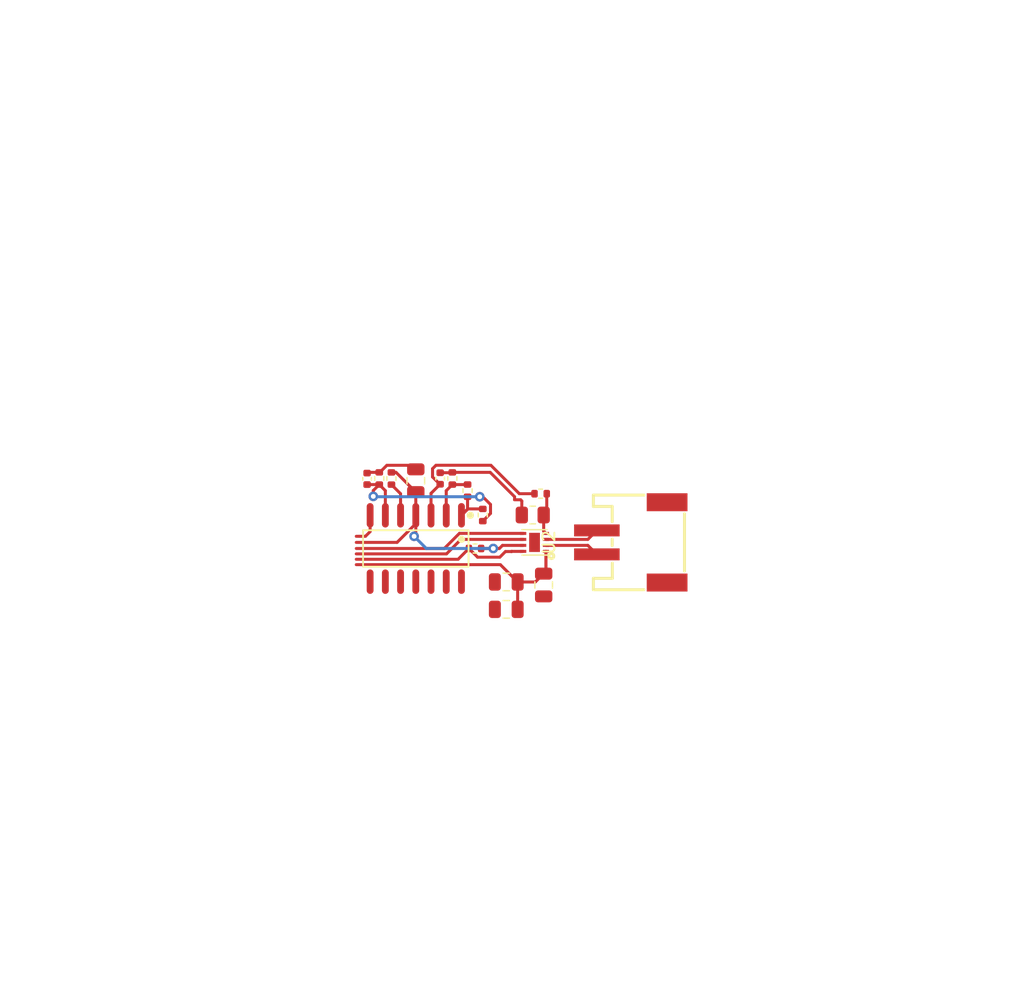
<source format=kicad_pcb>
(kicad_pcb (version 20240108) (generator "pcbnew") (generator_version "8.0")
  (layers (0 "F.Cu" signal) (31 "B.Cu" signal) (34 "B.Paste" user) (35 "F.Paste" user) (36 "B.SilkS" user "B.Silkscreen") (37 "F.SilkS" user "F.Silkscreen") (38 "B.Mask" user) (39 "F.Mask" user) (44 "Edge.Cuts" user))
  (net 0 "")
  (net 1 "vcc")
  (net 2 "vcc-1")
  (net 3 "out1")
  (net 4 "pwm")
  (net 5 "dir")
  (net 6 "_shunt_high")
  (net 7 "ep")
  (net 8 "gnd")
  (net 9 "in2_plus")
  (net 10 "out2")
  (net 11 "in4_plus")
  (net 12 "in4_minus")
  (net 13 "out4")
  (net 14 "out3")
  (net 15 "in3_minus")
  (net 16 "current")
  (net 17 "in1_minus")
  (net 18 "in2_minus")
  (net 19 "in1_plus")
  (net 20 "in3_plus")
  (net 21 "pulses")
  (net 22 "_shunt_gnd")
  (net 23 "enable")
  (footprint "lib:R0402" (layer "F.Cu") (at 117.234 66.292 90)
    (property "Reference" "R8" (hide yes))
    (property "Value" "62.5mW Thick Film Resistors 50V ±100ppm/℃ ±1% 1MΩ 0402  Chip Resistor - Surface Mount ROHS")
    (fp_line (start -0.153641 -0.38) (end 0.153641 -0.38) (stroke (width 0.12)) (layer "F.SilkS"))
    (fp_line (start -0.153641 0.38) (end 0.153641 0.38) (stroke (width 0.12)) (layer "F.SilkS"))
    (pad "1" smd roundrect (at -0.51 0 90) (size 0.54 0.64) (layers "F.Cu" "F.Paste" "F.Mask") (net 18 "in2_minus"))
    (pad "2" smd roundrect (at 0.51 0 90) (size 0.54 0.64) (layers "F.Cu" "F.Paste" "F.Mask") (net 8 "gnd"))
  )
  (footprint "lib:SOIC-14_L8.7-W3.9-P1.27-LS6.0-BL" (layer "F.Cu") (at 120.282 72.136 180)
    (property "Reference" "U4" (hide yes))
    (property "Value" "?")
    (fp_line (start 4.4 1.52) (end -4.4 1.52) (stroke (width 0.15)) (layer "F.SilkS"))
    (fp_line (start 4.4 -1.52) (end 4.4 1.52) (stroke (width 0.15)) (layer "F.SilkS"))
    (fp_line (start -4.4 1.52) (end -4.4 -1.52) (stroke (width 0.15)) (layer "F.SilkS"))
    (fp_line (start -4.4 -1.52) (end 4.4 -1.52) (stroke (width 0.15)) (layer "F.SilkS"))
    (fp_circle (center -3.81 0.77) (end -3.66 0.77) (stroke (width 0.3)) (fill none) (layer "F.SilkS"))
    (fp_circle (center -4.55 2.77) (end -4.4 2.77) (stroke (width 0.3)) (fill none) (layer "F.SilkS"))
    (pad "1" smd oval (at -3.81 2.77 180) (size 0.57 2.04) (layers "F.Cu" "F.Paste" "F.Mask") (net 16 "current"))
    (pad "2" smd oval (at -2.54 2.77 180) (size 0.57 2.04) (layers "F.Cu" "F.Paste" "F.Mask") (net 17 "in1_minus"))
    (pad "3" smd oval (at -1.27 2.77 180) (size 0.57 2.04) (layers "F.Cu" "F.Paste" "F.Mask") (net 19 "in1_plus"))
    (pad "4" smd oval (at 0 2.77 180) (size 0.57 2.04) (layers "F.Cu" "F.Paste" "F.Mask") (net 2 "vcc-1"))
    (pad "5" smd oval (at 1.27 2.77 180) (size 0.57 2.04) (layers "F.Cu" "F.Paste" "F.Mask") (net 9 "in2_plus"))
    (pad "6" smd oval (at 2.54 2.77 180) (size 0.57 2.04) (layers "F.Cu" "F.Paste" "F.Mask") (net 18 "in2_minus"))
    (pad "7" smd oval (at 3.81 2.77 180) (size 0.57 2.04) (layers "F.Cu" "F.Paste" "F.Mask") (net 21 "pulses"))
    (pad "8" smd oval (at 3.81 -2.77 180) (size 0.57 2.04) (layers "F.Cu" "F.Paste" "F.Mask") (net 14 "out3"))
    (pad "9" smd oval (at 2.54 -2.77 180) (size 0.57 2.04) (layers "F.Cu" "F.Paste" "F.Mask") (net 15 "in3_minus"))
    (pad "10" smd oval (at 1.27 -2.77 180) (size 0.57 2.04) (layers "F.Cu" "F.Paste" "F.Mask") (net 20 "in3_plus"))
    (pad "11" smd oval (at 0 -2.77 180) (size 0.57 2.04) (layers "F.Cu" "F.Paste" "F.Mask") (net 8 "gnd"))
    (pad "12" smd oval (at -1.27 -2.77 180) (size 0.57 2.04) (layers "F.Cu" "F.Paste" "F.Mask") (net 11 "in4_plus"))
    (pad "13" smd oval (at -2.54 -2.77 180) (size 0.57 2.04) (layers "F.Cu" "F.Paste" "F.Mask") (net 12 "in4_minus"))
    (pad "14" smd oval (at -3.81 -2.77 180) (size 0.57 2.04) (layers "F.Cu" "F.Paste" "F.Mask") (net 13 "out4"))
  )
  (footprint "lib:C0402" (layer "F.Cu") (at 116.218 66.322 90)
    (property "Reference" "C6" (hide yes))
    (property "Value" "25V 1uF X5R ±10% 0402  Multilayer Ceramic Capacitors MLCC - SMD/SMT ROHS")
    (fp_line (start -0.107836 -0.36) (end 0.107836 -0.36) (stroke (width 0.12)) (layer "F.SilkS"))
    (fp_line (start -0.107836 0.36) (end 0.107836 0.36) (stroke (width 0.12)) (layer "F.SilkS"))
    (pad "1" smd roundrect (at -0.48 0 90) (size 0.56 0.62) (layers "F.Cu" "F.Paste" "F.Mask") (net 18 "in2_minus"))
    (pad "2" smd roundrect (at 0.48 0 90) (size 0.56 0.62) (layers "F.Cu" "F.Paste" "F.Mask") (net 8 "gnd"))
  )
  (footprint "lib:R0402" (layer "F.Cu") (at 125.222 72.136)
    (property "Reference" "R1" (hide yes))
    (property "Value" "62.5mW Thick Film Resistors 50V ±100ppm/℃ ±1% 10kΩ 0402  Chip Resistor - Surface Mount ROHS")
    (fp_line (start -0.153641 -0.38) (end 0.153641 -0.38) (stroke (width 0.12)) (layer "F.SilkS"))
    (fp_line (start -0.153641 0.38) (end 0.153641 0.38) (stroke (width 0.12)) (layer "F.SilkS"))
    (pad "1" smd roundrect (at -0.51 0) (size 0.54 0.64) (layers "F.Cu" "F.Paste" "F.Mask") (net 23 "enable"))
    (pad "2" smd roundrect (at 0.51 0) (size 0.54 0.64) (layers "F.Cu" "F.Paste" "F.Mask") (net 2 "vcc-1"))
  )
  (footprint "lib:C0402" (layer "F.Cu") (at 122.314 66.294 90)
    (property "Reference" "C5" (hide yes))
    (property "Value" "16V 100nF X7R ±10% 0402  Multilayer Ceramic Capacitors MLCC - SMD/SMT ROHS")
    (fp_line (start -0.107836 -0.36) (end 0.107836 -0.36) (stroke (width 0.12)) (layer "F.SilkS"))
    (fp_line (start -0.107836 0.36) (end 0.107836 0.36) (stroke (width 0.12)) (layer "F.SilkS"))
    (pad "1" smd roundrect (at -0.48 0 90) (size 0.56 0.62) (layers "F.Cu" "F.Paste" "F.Mask") (net 19 "in1_plus"))
    (pad "2" smd roundrect (at 0.48 0 90) (size 0.56 0.62) (layers "F.Cu" "F.Paste" "F.Mask") (net 22 "_shunt_gnd"))
  )
  (footprint "lib:R0402" (layer "F.Cu") (at 123.33 66.294 90)
    (property "Reference" "R5" (hide yes))
    (property "Value" "62.5mW Thick Film Resistors 50V ±100ppm/℃ ±1% 36.5Ω 0402  Chip Resistor - Surface Mount ROHS")
    (fp_line (start -0.153641 -0.38) (end 0.153641 -0.38) (stroke (width 0.12)) (layer "F.SilkS"))
    (fp_line (start -0.153641 0.38) (end 0.153641 0.38) (stroke (width 0.12)) (layer "F.SilkS"))
    (pad "1" smd roundrect (at -0.51 0 90) (size 0.54 0.64) (layers "F.Cu" "F.Paste" "F.Mask") (net 17 "in1_minus"))
    (pad "2" smd roundrect (at 0.51 0 90) (size 0.54 0.64) (layers "F.Cu" "F.Paste" "F.Mask") (net 22 "_shunt_gnd"))
  )
  (footprint "lib:R0805" (layer "F.Cu") (at 130.0375 69.342 180)
    (property "Reference" "R2" (hide yes))
    (property "Value" "125mW Thick Film Resistors 150V ±1% ±400ppm/℃ 1Ω 0805  Chip Resistor - Surface Mount ROHS")
    (fp_line (start -0.227064 0.735) (end 0.227064 0.735) (stroke (width 0.12)) (layer "F.SilkS"))
    (fp_line (start -0.227064 -0.735) (end 0.227064 -0.735) (stroke (width 0.12)) (layer "F.SilkS"))
    (pad "1" smd roundrect (at -0.9125 0 180) (size 1.025 1.4) (layers "F.Cu" "F.Paste" "F.Mask") (roundrect_rratio 0.243902) (net 6 "_shunt_high"))
    (pad "2" smd roundrect (at 0.9125 0 180) (size 1.025 1.4) (layers "F.Cu" "F.Paste" "F.Mask") (roundrect_rratio 0.243902) (net 8 "gnd"))
  )
  (footprint "lib:R0402" (layer "F.Cu") (at 125.87 69.344 -90)
    (property "Reference" "R6" (hide yes))
    (property "Value" "62.5mW Thick Film Resistors 50V ±100ppm/℃ ±1% 1.05kΩ 0402  Chip Resistor - Surface Mount ROHS")
    (fp_line (start -0.153641 0.38) (end 0.153641 0.38) (stroke (width 0.12)) (layer "F.SilkS"))
    (fp_line (start -0.153641 -0.38) (end 0.153641 -0.38) (stroke (width 0.12)) (layer "F.SilkS"))
    (pad "1" smd roundrect (at -0.51 0 270) (size 0.54 0.64) (layers "F.Cu" "F.Paste" "F.Mask") (net 16 "current"))
    (pad "2" smd roundrect (at 0.51 0 270) (size 0.54 0.64) (layers "F.Cu" "F.Paste" "F.Mask") (net 18 "in2_minus"))
  )
  (footprint "lib:C0805" (layer "F.Cu") (at 127.828 77.216 180)
    (property "Reference" "C1" (hide yes))
    (property "Value" "25V 10uF X5R ±10% 0805  Multilayer Ceramic Capacitors MLCC - SMD/SMT ROHS")
    (fp_line (start -0.261252 0.735) (end 0.261252 0.735) (stroke (width 0.12)) (layer "F.SilkS"))
    (fp_line (start -0.261252 -0.735) (end 0.261252 -0.735) (stroke (width 0.12)) (layer "F.SilkS"))
    (pad "1" smd roundrect (at -0.95 0 180) (size 1 1.45) (layers "F.Cu" "F.Paste" "F.Mask") (net 1 "vcc"))
    (pad "2" smd roundrect (at 0.95 0 180) (size 1 1.45) (layers "F.Cu" "F.Paste" "F.Mask") (net 8 "gnd"))
  )
  (footprint "lib:R0402" (layer "F.Cu") (at 124.6 67.308 90)
    (property "Reference" "R4" (hide yes))
    (property "Value" "62.5mW Thick Film Resistors 50V ±100ppm/℃ ±1% 365Ω 0402  Chip Resistor - Surface Mount ROHS")
    (fp_line (start -0.153641 -0.38) (end 0.153641 -0.38) (stroke (width 0.12)) (layer "F.SilkS"))
    (fp_line (start -0.153641 0.38) (end 0.153641 0.38) (stroke (width 0.12)) (layer "F.SilkS"))
    (pad "1" smd roundrect (at -0.51 0 90) (size 0.54 0.64) (layers "F.Cu" "F.Paste" "F.Mask") (net 16 "current"))
    (pad "2" smd roundrect (at 0.51 0 90) (size 0.54 0.64) (layers "F.Cu" "F.Paste" "F.Mask") (net 17 "in1_minus"))
  )
  (footprint "lib:R0402" (layer "F.Cu") (at 130.696 67.564 180)
    (property "Reference" "R3" (hide yes))
    (property "Value" "62.5mW Thick Film Resistors 50V ±100ppm/℃ ±1% 1.33kΩ 0402  Chip Resistor - Surface Mount ROHS")
    (fp_line (start -0.153641 0.38) (end 0.153641 0.38) (stroke (width 0.12)) (layer "F.SilkS"))
    (fp_line (start -0.153641 -0.38) (end 0.153641 -0.38) (stroke (width 0.12)) (layer "F.SilkS"))
    (pad "1" smd roundrect (at -0.51 0 180) (size 0.54 0.64) (layers "F.Cu" "F.Paste" "F.Mask") (net 6 "_shunt_high"))
    (pad "2" smd roundrect (at 0.51 0 180) (size 0.54 0.64) (layers "F.Cu" "F.Paste" "F.Mask") (net 19 "in1_plus"))
  )
  (footprint "lib:WSON-8_L2.0-W2.0-P0.50-TL-EP" (layer "F.Cu") (at 130.188 71.628 180)
    (property "Reference" "U1" (hide yes))
    (property "Value" "?")
    (fp_line (start 1.05 -1.06) (end -1.05 -1.06) (stroke (width 0.12)) (layer "F.SilkS"))
    (fp_line (start -1.04 1.06) (end 1.06 1.06) (stroke (width 0.12)) (layer "F.SilkS"))
    (fp_circle (center -1.4 -1.14) (end -1.32 -1.14) (stroke (width 0.25)) (fill none) (layer "F.SilkS"))
    (pad "1" smd rect (at -0.95 -0.75 180) (size 0.52 0.25) (layers "F.Cu" "F.Paste" "F.Mask") (net 1 "vcc"))
    (pad "2" smd rect (at -0.95 -0.25 180) (size 0.52 0.25) (layers "F.Cu" "F.Paste" "F.Mask") (net 3 "out1"))
    (pad "3" smd rect (at -0.95 0.25 180) (size 0.52 0.25) (layers "F.Cu" "F.Paste" "F.Mask") (net 10 "out2"))
    (pad "4" smd rect (at -0.95 0.75 180) (size 0.52 0.25) (layers "F.Cu" "F.Paste" "F.Mask") (net 6 "_shunt_high"))
    (pad "5" smd rect (at 0.95 0.75 180) (size 0.52 0.25) (layers "F.Cu" "F.Paste" "F.Mask") (net 4 "pwm"))
    (pad "6" smd rect (at 0.95 0.25 180) (size 0.52 0.25) (layers "F.Cu" "F.Paste" "F.Mask") (net 5 "dir"))
    (pad "7" smd rect (at 0.95 -0.25 180) (size 0.52 0.25) (layers "F.Cu" "F.Paste" "F.Mask") (net 2 "vcc-1"))
    (pad "8" smd rect (at 0.95 -0.75 180) (size 0.52 0.25) (layers "F.Cu" "F.Paste" "F.Mask") (net 23 "enable"))
    (pad "9" smd rect (at 0 0 180) (size 0.9 1.6) (layers "F.Cu" "F.Paste" "F.Mask") (net 7 "ep"))
  )
  (footprint "lib:R0402" (layer "F.Cu") (at 118.25 66.296 90)
    (property "Reference" "R7" (hide yes))
    (property "Value" "62.5mW Thick Film Resistors 50V ±100ppm/℃ ±1% 1MΩ 0402  Chip Resistor - Surface Mount ROHS")
    (fp_line (start -0.153641 -0.38) (end 0.153641 -0.38) (stroke (width 0.12)) (layer "F.SilkS"))
    (fp_line (start -0.153641 0.38) (end 0.153641 0.38) (stroke (width 0.12)) (layer "F.SilkS"))
    (pad "1" smd roundrect (at -0.51 0 90) (size 0.54 0.64) (layers "F.Cu" "F.Paste" "F.Mask") (net 9 "in2_plus"))
    (pad "2" smd roundrect (at 0.51 0 90) (size 0.54 0.64) (layers "F.Cu" "F.Paste" "F.Mask") (net 2 "vcc-1"))
  )
  (footprint "lib:C0805" (layer "F.Cu") (at 127.828 74.93 180)
    (property "Reference" "C2" (hide yes))
    (property "Value" "25V 10uF X5R ±10% 0805  Multilayer Ceramic Capacitors MLCC - SMD/SMT ROHS")
    (fp_line (start -0.261252 0.735) (end 0.261252 0.735) (stroke (width 0.12)) (layer "F.SilkS"))
    (fp_line (start -0.261252 -0.735) (end 0.261252 -0.735) (stroke (width 0.12)) (layer "F.SilkS"))
    (pad "1" smd roundrect (at -0.95 0 180) (size 1 1.45) (layers "F.Cu" "F.Paste" "F.Mask") (net 1 "vcc"))
    (pad "2" smd roundrect (at 0.95 0 180) (size 1 1.45) (layers "F.Cu" "F.Paste" "F.Mask") (net 8 "gnd"))
  )
  (footprint "lib:NetTie-2_SMD_Pad0.25mm" (layer "F.Cu") (at 128.524 68.072)
    (property "Reference" "U3" (hide yes))
    (property "Value" "?" (hide yes))
    (fp_poly (pts (xy 0 -0.125) (xy 0.5 -0.125) (xy 0.5 0.125) (xy 0 0.125)) (fill solid) (layer "F.Cu"))
    (pad "1" smd circle (at 0 0) (size 0.25 0.25) (layers "F.Cu") (net 22 "_shunt_gnd"))
    (pad "2" smd circle (at 0.5 0) (size 0.25 0.25) (layers "F.Cu") (net 8 "gnd"))
  )
  (footprint "lib:C0805" (layer "F.Cu") (at 130.95 75.184 -90)
    (property "Reference" "C3" (hide yes))
    (property "Value" "25V 10uF X5R ±10% 0805  Multilayer Ceramic Capacitors MLCC - SMD/SMT ROHS")
    (fp_line (start -0.261252 0.735) (end 0.261252 0.735) (stroke (width 0.12)) (layer "F.SilkS"))
    (fp_line (start -0.261252 -0.735) (end 0.261252 -0.735) (stroke (width 0.12)) (layer "F.SilkS"))
    (pad "1" smd roundrect (at -0.95 0 270) (size 1 1.45) (layers "F.Cu" "F.Paste" "F.Mask") (net 1 "vcc"))
    (pad "2" smd roundrect (at 0.95 0 270) (size 1 1.45) (layers "F.Cu" "F.Paste" "F.Mask") (net 8 "gnd"))
  )
  (footprint "lib:CONN-SMD_P2.00_S2B-PH-SM4-TB-LF-SN" (layer "F.Cu") (at 138.316 71.628 90)
    (property "Reference" "U2" (at 0 -6.93 90) (layer "F.SilkS"))
    (property "Value" "?")
    (fp_line (start 3.95 -3.22) (end 3 -3.22) (stroke (width 0.25)) (layer "F.SilkS"))
    (fp_line (start 3.95 -3.22) (end 3.95 1) (stroke (width 0.25)) (layer "F.SilkS"))
    (fp_line (start 3 -3.22) (end 3 -1.65) (stroke (width 0.25)) (layer "F.SilkS"))
    (fp_line (start -3 -3.22) (end -3.95 -3.22) (stroke (width 0.25)) (layer "F.SilkS"))
    (fp_line (start -3.95 -3.22) (end -3.95 1) (stroke (width 0.25)) (layer "F.SilkS"))
    (fp_line (start 3 -1.65) (end 1.73 -1.65) (stroke (width 0.25)) (layer "F.SilkS"))
    (fp_line (start 0.27 -1.65) (end -0.27 -1.65) (stroke (width 0.25)) (layer "F.SilkS"))
    (fp_line (start -1.73 -1.64) (end -3 -1.64) (stroke (width 0.25)) (layer "F.SilkS"))
    (fp_line (start -3 -1.64) (end -3 -3.22) (stroke (width 0.25)) (layer "F.SilkS"))
    (fp_line (start 2.4 4.38) (end -2.4 4.38) (stroke (width 0.25)) (layer "F.SilkS"))
    (pad "1" smd rect (at -1 -2.93 90) (size 1 3.8) (layers "F.Cu" "F.Paste" "F.Mask") (net 3 "out1"))
    (pad "2" smd rect (at 1 -2.93 90) (size 1 3.8) (layers "F.Cu" "F.Paste" "F.Mask") (net 10 "out2"))
    (pad "3" smd rect (at 3.35 2.93 90) (size 1.5 3.4) (layers "F.Cu" "F.Paste" "F.Mask"))
    (pad "4" smd rect (at -3.35 2.93 90) (size 1.5 3.4) (layers "F.Cu" "F.Paste" "F.Mask"))
  )
  (footprint "lib:C0805" (layer "F.Cu") (at 120.282 66.482 90)
    (property "Reference" "C4" (hide yes))
    (property "Value" "25V 10uF X5R ±10% 0805  Multilayer Ceramic Capacitors MLCC - SMD/SMT ROHS")
    (fp_line (start -0.261252 -0.735) (end 0.261252 -0.735) (stroke (width 0.12)) (layer "F.SilkS"))
    (fp_line (start -0.261252 0.735) (end 0.261252 0.735) (stroke (width 0.12)) (layer "F.SilkS"))
    (pad "1" smd roundrect (at -0.95 0 90) (size 1 1.45) (layers "F.Cu" "F.Paste" "F.Mask") (net 2 "vcc-1"))
    (pad "2" smd roundrect (at 0.95 0 90) (size 1 1.45) (layers "F.Cu" "F.Paste" "F.Mask") (net 8 "gnd"))
  )
  (segment (start 128.778 74.93) (end 130.254 74.93) (width 0.25) (layer "F.Cu") (net 1))
  (segment (start 131.138 74.046) (end 130.95 74.234) (width 0.25) (layer "F.Cu") (net 1))
  (segment (start 130.254 74.93) (end 130.95 74.234) (width 0.25) (layer "F.Cu") (net 1))
  (segment (start 127.334 73.486) (end 115.316 73.486) (width 0.25) (layer "F.Cu") (net 1))
  (segment (start 128.778 74.93) (end 127.334 73.486) (width 0.25) (layer "F.Cu") (net 1))
  (segment (start 131.138 72.753) (end 131.138 72.644) (width 0.25) (layer "F.Cu") (net 1))
  (segment (start 128.778 77.216) (end 128.778 74.93) (width 0.25) (layer "F.Cu") (net 1))
  (segment (start 131.138 72.378) (end 131.138 72.644) (width 0.25) (layer "F.Cu") (net 1))
  (segment (start 131.138 74.234) (end 131.138 72.378) (width 0.25) (layer "F.Cu") (net 1))
  (segment (start 131.138 72.644) (end 131.138 74.046) (width 0.25) (layer "F.Cu") (net 1))
  (segment (start 118.636 65.786) (end 120.282 67.432) (width 0.25) (layer "F.Cu") (net 2))
  (segment (start 126.746 72.136) (end 125.732 72.136) (width 0.25) (layer "F.Cu") (net 2))
  (segment (start 127.512 71.878) (end 129.238 71.878) (width 0.25) (layer "F.Cu") (net 2))
  (segment (start 120.282 69.366) (end 120.282 70.98) (width 0.25) (layer "F.Cu") (net 2))
  (segment (start 118.25 65.786) (end 118.636 65.786) (width 0.25) (layer "F.Cu") (net 2))
  (segment (start 118.72 71.628) (end 115.316 71.628) (width 0.25) (layer "F.Cu") (net 2))
  (segment (start 120.282 69.366) (end 120.282 70.066) (width 0.25) (layer "F.Cu") (net 2))
  (segment (start 126.746 72.136) (end 127.254 72.136) (width 0.25) (layer "F.Cu") (net 2))
  (segment (start 127.254 72.136) (end 127.512 71.878) (width 0.25) (layer "F.Cu") (net 2))
  (segment (start 120.282 70.98) (end 120.142 71.12) (width 0.25) (layer "F.Cu") (net 2))
  (segment (start 120.282 67.432) (end 120.282 69.366) (width 0.25) (layer "F.Cu") (net 2))
  (segment (start 120.282 70.066) (end 118.72 71.628) (width 0.25) (layer "F.Cu") (net 2))
  (via (at 120.142 71.12) (size 0.8) (drill 0.4) (layers "F.Cu" "B.Cu") (net 2))
  (via (at 126.746 72.136) (size 0.8) (drill 0.4) (layers "F.Cu" "B.Cu") (net 2))
  (segment (start 121.158 72.136) (end 126.746 72.136) (width 0.25) (layer "B.Cu") (net 2))
  (segment (start 120.142 71.12) (end 121.158 72.136) (width 0.25) (layer "B.Cu") (net 2))
  (segment (start 134.636 71.878) (end 135.386 72.628) (width 0.25) (layer "F.Cu") (net 3))
  (segment (start 131.138 71.878) (end 134.636 71.878) (width 0.25) (layer "F.Cu") (net 3))
  (segment (start 123.916396 70.878) (end 122.658396 72.136) (width 0.25) (layer "F.Cu") (net 4))
  (segment (start 129.238 70.878) (end 123.916396 70.878) (width 0.25) (layer "F.Cu") (net 4))
  (segment (start 122.658396 72.136) (end 115.316 72.136) (width 0.25) (layer "F.Cu") (net 4))
  (segment (start 122.844792 72.586) (end 115.316 72.586) (width 0.25) (layer "F.Cu") (net 5))
  (segment (start 124.052792 71.378) (end 122.844792 72.586) (width 0.25) (layer "F.Cu") (net 5))
  (segment (start 129.238 71.378) (end 124.052792 71.378) (width 0.25) (layer "F.Cu") (net 5))
  (segment (start 131.206 67.564) (end 131.206 69.086) (width 0.25) (layer "F.Cu") (net 6))
  (segment (start 131.206 69.086) (end 130.95 69.342) (width 0.25) (layer "F.Cu") (net 6))
  (segment (start 130.95 70.69) (end 131.138 70.878) (width 0.25) (layer "F.Cu") (net 6))
  (segment (start 130.95 69.342) (end 130.95 70.69) (width 0.25) (layer "F.Cu") (net 6))
  (segment (start 117.234 65.782) (end 117.27972 65.782) (width 0.25) (layer "F.Cu") (net 8))
  (segment (start 117.234 65.782) (end 116.278 65.782) (width 0.25) (layer "F.Cu") (net 8))
  (segment (start 129.164 69.303) (end 129.125 69.342) (width 0.25) (layer "F.Cu") (net 8))
  (segment (start 116.278 65.782) (end 116.218 65.842) (width 0.25) (layer "F.Cu") (net 8))
  (segment (start 129.125 69.342) (end 129.125 68.173) (width 0.25) (layer "F.Cu") (net 8))
  (segment (start 129.125 68.173) (end 129.024 68.072) (width 0.25) (layer "F.Cu") (net 8))
  (segment (start 119.941 65.191) (end 120.282 65.532) (width 0.25) (layer "F.Cu") (net 8))
  (segment (start 117.27972 65.782) (end 117.87072 65.191) (width 0.25) (layer "F.Cu") (net 8))
  (segment (start 117.87072 65.191) (end 119.941 65.191) (width 0.25) (layer "F.Cu") (net 8))
  (segment (start 119.012 67.568) (end 119.012 69.366) (width 0.25) (layer "F.Cu") (net 9))
  (segment (start 118.25 66.806) (end 119.012 67.568) (width 0.25) (layer "F.Cu") (net 9))
  (segment (start 134.636 71.378) (end 135.386 70.628) (width 0.25) (layer "F.Cu") (net 10))
  (segment (start 131.138 71.378) (end 134.636 71.378) (width 0.25) (layer "F.Cu") (net 10))
  (segment (start 124.624 68.834) (end 124.092 69.366) (width 0.25) (layer "F.Cu") (net 16))
  (segment (start 125.87 68.834) (end 124.624 68.834) (width 0.25) (layer "F.Cu") (net 16))
  (segment (start 124.6 67.818) (end 124.6 68.858) (width 0.25) (layer "F.Cu") (net 16))
  (segment (start 124.6 68.858) (end 124.092 69.366) (width 0.25) (layer "F.Cu") (net 16))
  (segment (start 124.092 69.366) (end 124.092 70.066) (width 0.25) (layer "F.Cu") (net 16))
  (segment (start 123.33 66.804) (end 124.594 66.804) (width 0.25) (layer "F.Cu") (net 17))
  (segment (start 122.822 69.366) (end 122.822 67.312) (width 0.25) (layer "F.Cu") (net 17))
  (segment (start 122.822 67.312) (end 123.33 66.804) (width 0.25) (layer "F.Cu") (net 17))
  (segment (start 124.594 66.804) (end 124.6 66.798) (width 0.25) (layer "F.Cu") (net 17))
  (segment (start 116.735915 67.300085) (end 117.234 66.802) (width 0.25) (layer "F.Cu") (net 18))
  (segment (start 125.87 69.854) (end 126.515 69.209) (width 0.25) (layer "F.Cu") (net 18))
  (segment (start 117.742 67.31) (end 117.742 69.366) (width 0.25) (layer "F.Cu") (net 18))
  (segment (start 116.735915 67.786266) (end 116.735915 67.300085) (width 0.25) (layer "F.Cu") (net 18))
  (segment (start 125.87 67.818) (end 125.616 67.818) (width 0.25) (layer "F.Cu") (net 18))
  (segment (start 117.234 66.802) (end 117.742 67.31) (width 0.25) (layer "F.Cu") (net 18))
  (segment (start 116.218 66.802) (end 117.234 66.802) (width 0.25) (layer "F.Cu") (net 18))
  (segment (start 126.515 68.463) (end 125.87 67.818) (width 0.25) (layer "F.Cu") (net 18))
  (segment (start 126.515 69.209) (end 126.515 68.463) (width 0.25) (layer "F.Cu") (net 18))
  (via (at 125.616 67.818) (size 0.8) (drill 0.4) (layers "F.Cu" "B.Cu") (net 18))
  (via (at 116.735915 67.786266) (size 0.8) (drill 0.4) (layers "F.Cu" "B.Cu") (net 18))
  (segment (start 116.767649 67.818) (end 116.735915 67.786266) (width 0.25) (layer "B.Cu") (net 18))
  (segment (start 125.616 67.818) (end 116.767649 67.818) (width 0.25) (layer "B.Cu") (net 18))
  (segment (start 128.918 67.564) (end 126.543 65.189) (width 0.25) (layer "F.Cu") (net 19))
  (segment (start 121.679 65.47751) (end 121.679 66.167) (width 0.25) (layer "F.Cu") (net 19))
  (segment (start 121.96751 65.189) (end 121.679 65.47751) (width 0.25) (layer "F.Cu") (net 19))
  (segment (start 122.314 66.774) (end 121.552 67.536) (width 0.25) (layer "F.Cu") (net 19))
  (segment (start 121.552 67.536) (end 121.552 69.366) (width 0.25) (layer "F.Cu") (net 19))
  (segment (start 121.679 66.167) (end 122.286 66.774) (width 0.25) (layer "F.Cu") (net 19))
  (segment (start 122.286 66.774) (end 122.314 66.774) (width 0.25) (layer "F.Cu") (net 19))
  (segment (start 130.186 67.564) (end 128.918 67.564) (width 0.25) (layer "F.Cu") (net 19))
  (segment (start 126.543 65.189) (end 121.96751 65.189) (width 0.25) (layer "F.Cu") (net 19))
  (segment (start 115.57 71.12) (end 115.316 71.12) (width 0.25) (layer "F.Cu") (net 21))
  (segment (start 116.472 70.726) (end 116.078 71.12) (width 0.25) (layer "F.Cu") (net 21))
  (segment (start 116.078 71.12) (end 115.57 71.12) (width 0.25) (layer "F.Cu") (net 21))
  (segment (start 116.472 69.366) (end 116.472 70.726) (width 0.25) (layer "F.Cu") (net 21))
  (segment (start 128.524 68.072) (end 128.524 67.818) (width 0.25) (layer "F.Cu") (net 22))
  (segment (start 122.314 65.814) (end 123.3 65.814) (width 0.25) (layer "F.Cu") (net 22))
  (segment (start 126.49 65.784) (end 123.33 65.784) (width 0.25) (layer "F.Cu") (net 22))
  (segment (start 128.524 67.818) (end 126.49 65.784) (width 0.25) (layer "F.Cu") (net 22))
  (segment (start 123.3 65.814) (end 123.33 65.784) (width 0.25) (layer "F.Cu") (net 22))
  (segment (start 128.27 72.39) (end 128.282 72.378) (width 0.25) (layer "F.Cu") (net 23))
  (segment (start 124.712 72.136) (end 123.812 73.036) (width 0.25) (layer "F.Cu") (net 23))
  (segment (start 127.291 72.861) (end 127.762 72.39) (width 0.25) (layer "F.Cu") (net 23))
  (segment (start 123.812 73.036) (end 115.316 73.036) (width 0.25) (layer "F.Cu") (net 23))
  (segment (start 125.437 72.861) (end 127.291 72.861) (width 0.25) (layer "F.Cu") (net 23))
  (segment (start 124.712 72.136) (end 125.437 72.861) (width 0.25) (layer "F.Cu") (net 23))
  (segment (start 128.282 72.378) (end 129.238 72.378) (width 0.25) (layer "F.Cu") (net 23))
  (segment (start 127.762 72.39) (end 128.27 72.39) (width 0.25) (layer "F.Cu") (net 23))
)
</source>
